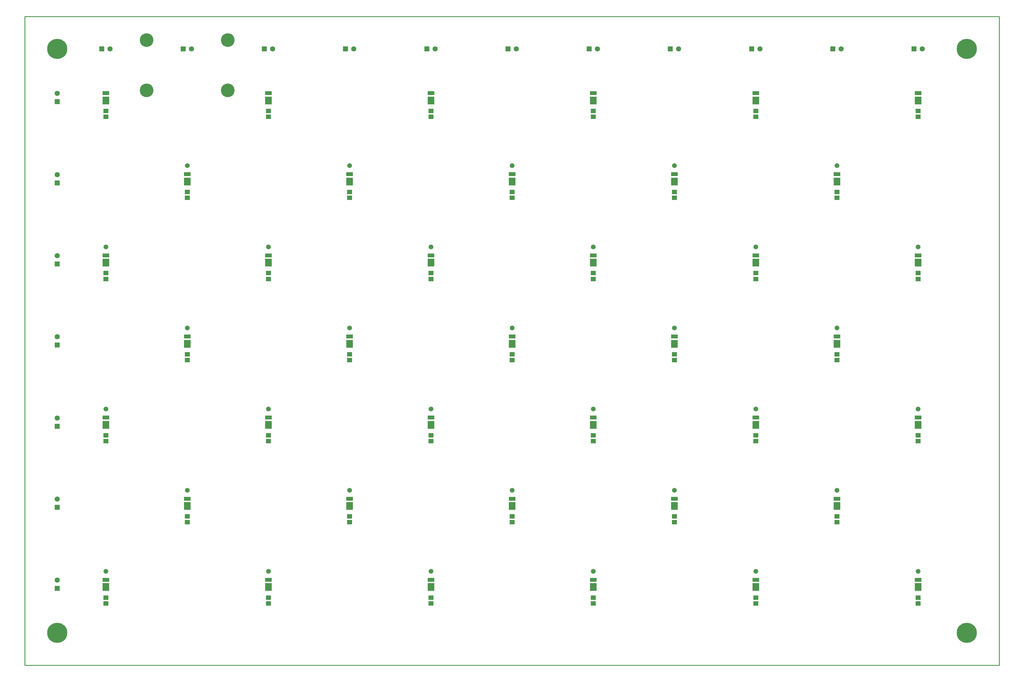
<source format=gts>
G04*
G04 #@! TF.GenerationSoftware,Altium Limited,Altium Designer,20.0.13 (296)*
G04*
G04 Layer_Color=8388736*
%FSLAX44Y44*%
%MOMM*%
G71*
G01*
G75*
%ADD12C,0.2540*%
%ADD16R,1.6032X1.4032*%
%ADD17R,2.0032X2.4032*%
%ADD18R,2.0032X1.3032*%
%ADD19C,4.2032*%
%ADD20C,6.2032*%
%ADD21R,1.6032X1.6032*%
%ADD22C,1.6032*%
%ADD23R,1.6032X1.6032*%
%ADD24C,1.4732*%
D12*
X3000000D02*
Y2000000D01*
X0D02*
X3000000D01*
X0Y0D02*
X3000000D01*
X0D02*
Y2000000D01*
D16*
X2750000Y209000D02*
D03*
Y191000D02*
D03*
Y709000D02*
D03*
Y691000D02*
D03*
Y1209000D02*
D03*
Y1191000D02*
D03*
Y1709000D02*
D03*
Y1691000D02*
D03*
X2500000Y1459000D02*
D03*
Y1441000D02*
D03*
Y441000D02*
D03*
Y459000D02*
D03*
X2250000Y209000D02*
D03*
Y191000D02*
D03*
Y709000D02*
D03*
Y691000D02*
D03*
Y1209000D02*
D03*
Y1191000D02*
D03*
Y1709000D02*
D03*
Y1691000D02*
D03*
X2000000Y1459000D02*
D03*
Y1441000D02*
D03*
Y959000D02*
D03*
Y941000D02*
D03*
Y441000D02*
D03*
Y459000D02*
D03*
X1750000Y209000D02*
D03*
Y191000D02*
D03*
Y709000D02*
D03*
Y691000D02*
D03*
Y1209000D02*
D03*
Y1191000D02*
D03*
Y1709000D02*
D03*
Y1691000D02*
D03*
X1500000Y1459000D02*
D03*
Y1441000D02*
D03*
Y959000D02*
D03*
Y941000D02*
D03*
Y441000D02*
D03*
Y459000D02*
D03*
X1250000Y209000D02*
D03*
Y191000D02*
D03*
Y709000D02*
D03*
Y691000D02*
D03*
Y1209000D02*
D03*
Y1191000D02*
D03*
Y1709000D02*
D03*
Y1691000D02*
D03*
X750000Y1709000D02*
D03*
Y1691000D02*
D03*
X1000000Y1459000D02*
D03*
Y1441000D02*
D03*
Y959000D02*
D03*
Y941000D02*
D03*
Y459000D02*
D03*
Y441000D02*
D03*
X750000Y209000D02*
D03*
Y191000D02*
D03*
X500000Y459000D02*
D03*
Y441000D02*
D03*
X250000Y709000D02*
D03*
Y691000D02*
D03*
X750000Y709000D02*
D03*
Y691000D02*
D03*
X250000Y1209000D02*
D03*
Y1191000D02*
D03*
X750000Y1209000D02*
D03*
Y1191000D02*
D03*
X250000Y1709000D02*
D03*
Y1691000D02*
D03*
X500000Y941000D02*
D03*
Y959000D02*
D03*
X2500000Y941000D02*
D03*
Y959000D02*
D03*
X500000Y1441000D02*
D03*
Y1459000D02*
D03*
X250000Y191000D02*
D03*
Y209000D02*
D03*
D17*
X2750000Y241250D02*
D03*
Y741250D02*
D03*
Y1241250D02*
D03*
Y1741250D02*
D03*
X2500000Y1491250D02*
D03*
Y991250D02*
D03*
Y491250D02*
D03*
X2250000Y241250D02*
D03*
Y741250D02*
D03*
Y1241250D02*
D03*
Y1741250D02*
D03*
X2000000Y1491250D02*
D03*
Y991250D02*
D03*
Y491250D02*
D03*
X1750000Y241250D02*
D03*
Y741250D02*
D03*
Y1241250D02*
D03*
Y1741250D02*
D03*
X1500000Y1491250D02*
D03*
Y991250D02*
D03*
Y491250D02*
D03*
X1250000Y241250D02*
D03*
Y741250D02*
D03*
Y1241250D02*
D03*
Y1741250D02*
D03*
X1000000Y1491250D02*
D03*
Y991250D02*
D03*
Y491250D02*
D03*
X750000Y241250D02*
D03*
Y741250D02*
D03*
Y1241250D02*
D03*
X250000Y1741250D02*
D03*
X750000D02*
D03*
X500000Y1491250D02*
D03*
Y991250D02*
D03*
Y491250D02*
D03*
X250000Y241250D02*
D03*
Y741250D02*
D03*
Y1241250D02*
D03*
D18*
X2750000Y263750D02*
D03*
Y763750D02*
D03*
Y1263750D02*
D03*
Y1763750D02*
D03*
X2500000Y1513750D02*
D03*
Y1013750D02*
D03*
Y513750D02*
D03*
X2250000Y263750D02*
D03*
Y763750D02*
D03*
Y1263750D02*
D03*
Y1763750D02*
D03*
X2000000Y1513750D02*
D03*
Y1013750D02*
D03*
Y513750D02*
D03*
X1750000Y263750D02*
D03*
Y763750D02*
D03*
Y1263750D02*
D03*
Y1763750D02*
D03*
X1500000Y1513750D02*
D03*
Y1013750D02*
D03*
Y513750D02*
D03*
X1250000Y263750D02*
D03*
Y763750D02*
D03*
Y1263750D02*
D03*
Y1763750D02*
D03*
X1000000Y1513750D02*
D03*
Y1013750D02*
D03*
Y513750D02*
D03*
X750000Y263750D02*
D03*
Y763750D02*
D03*
Y1263750D02*
D03*
X250000Y1763750D02*
D03*
X750000D02*
D03*
X500000Y1513750D02*
D03*
Y1013750D02*
D03*
Y513750D02*
D03*
X250000Y263750D02*
D03*
Y763750D02*
D03*
Y1263750D02*
D03*
D19*
X625000Y1772500D02*
D03*
Y1927500D02*
D03*
X375000Y1772500D02*
D03*
Y1927500D02*
D03*
D20*
X2900000Y1900000D02*
D03*
Y100000D02*
D03*
X100000D02*
D03*
Y1900000D02*
D03*
D21*
Y1737300D02*
D03*
Y1487300D02*
D03*
Y1237300D02*
D03*
Y987300D02*
D03*
Y737300D02*
D03*
Y237300D02*
D03*
Y487300D02*
D03*
D22*
Y1762700D02*
D03*
Y1512700D02*
D03*
Y1262700D02*
D03*
Y1012700D02*
D03*
X262700Y1900000D02*
D03*
X762700D02*
D03*
X1262700D02*
D03*
X1762700D02*
D03*
X100000Y762700D02*
D03*
X2262700Y1900000D02*
D03*
X2762700D02*
D03*
X512700D02*
D03*
X1012700D02*
D03*
X100000Y262700D02*
D03*
X1512700Y1900000D02*
D03*
X2012700D02*
D03*
X2512700D02*
D03*
X100000Y512700D02*
D03*
D23*
X237300Y1900000D02*
D03*
X737300D02*
D03*
X1237300D02*
D03*
X1737300D02*
D03*
X2237300D02*
D03*
X2737300D02*
D03*
X487300D02*
D03*
X987300D02*
D03*
X1487300D02*
D03*
X1987300D02*
D03*
X2487300D02*
D03*
D24*
X1250000Y790000D02*
D03*
X2750000Y1290000D02*
D03*
X2500000Y1540000D02*
D03*
X2000000D02*
D03*
X2250000Y1290000D02*
D03*
X1750000D02*
D03*
X1500000Y1540000D02*
D03*
X1250000Y1290000D02*
D03*
X1500000Y1040000D02*
D03*
X2000000D02*
D03*
X2500000D02*
D03*
X2750000Y790000D02*
D03*
X2250000D02*
D03*
X1750000D02*
D03*
X2000000Y540000D02*
D03*
X2500000D02*
D03*
X2750000Y290000D02*
D03*
X2250000D02*
D03*
X1750000D02*
D03*
X1500000Y540000D02*
D03*
X1250000Y290000D02*
D03*
X1000000Y540000D02*
D03*
Y1040000D02*
D03*
Y1540000D02*
D03*
X750000Y1290000D02*
D03*
Y790000D02*
D03*
Y290000D02*
D03*
X500000Y540000D02*
D03*
Y1040000D02*
D03*
Y1540000D02*
D03*
X250000Y290000D02*
D03*
Y790000D02*
D03*
Y1290000D02*
D03*
M02*

</source>
